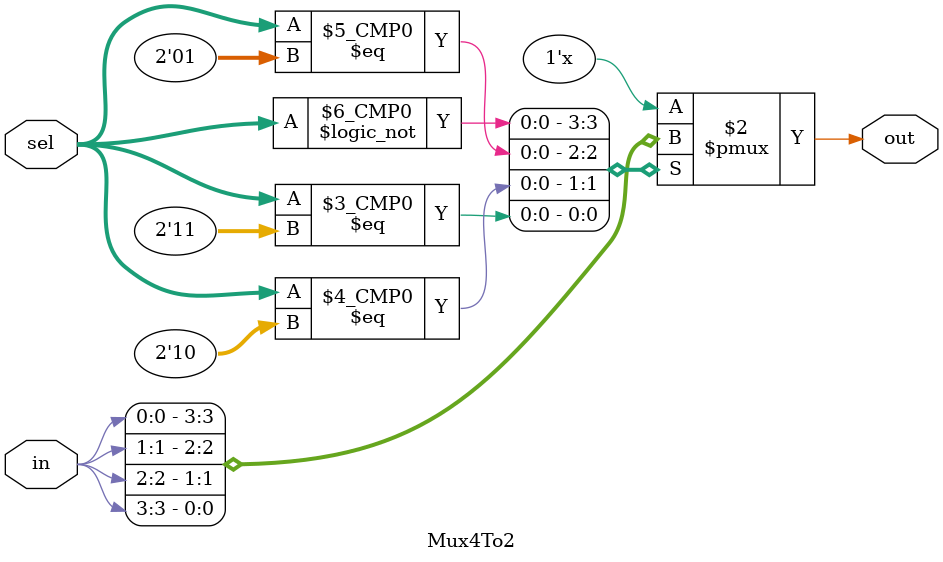
<source format=v>
module Mux4To2(in,out,sel);
	input [3:0] in;
	input [1:0] sel;
	output reg out;
	
	always @(*)
	begin
		case(sel)
			2'b00: out = in[0];
			2'b01: out = in[1];
			2'b10: out = in[2];
			2'b11: out = in[3];
		endcase
	end
endmodule
</source>
